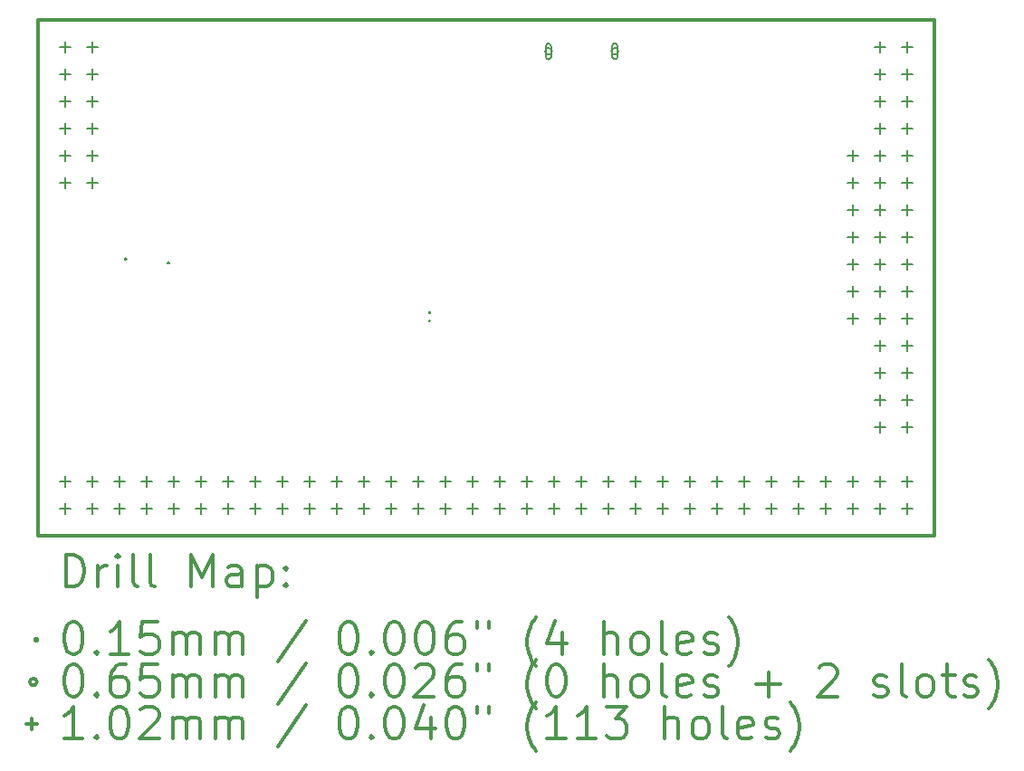
<source format=gbr>
%FSLAX45Y45*%
G04 Gerber Fmt 4.5, Leading zero omitted, Abs format (unit mm)*
G04 Created by KiCad (PCBNEW 4.0.5+dfsg1-4) date Mon Mar 27 14:18:41 2017*
%MOMM*%
%LPD*%
G01*
G04 APERTURE LIST*
%ADD10C,0.127000*%
%ADD11C,0.300000*%
%ADD12C,0.200000*%
G04 APERTURE END LIST*
D10*
D11*
X9410000Y-6142000D02*
X9410000Y-10968000D01*
X17792000Y-6142000D02*
X9410000Y-6142000D01*
X17792000Y-10968000D02*
X17792000Y-6142000D01*
X9410000Y-10968000D02*
X17792000Y-10968000D01*
D12*
X10218500Y-8370500D02*
X10233500Y-8385500D01*
X10233500Y-8370500D02*
X10218500Y-8385500D01*
X10618500Y-8410500D02*
X10633500Y-8425500D01*
X10633500Y-8410500D02*
X10618500Y-8425500D01*
X13060500Y-8872500D02*
X13075500Y-8887500D01*
X13075500Y-8872500D02*
X13060500Y-8887500D01*
X13060500Y-8952500D02*
X13075500Y-8967500D01*
X13075500Y-8952500D02*
X13060500Y-8967500D01*
X14212500Y-6439000D02*
G75*
G03X14212500Y-6439000I-32500J0D01*
G01*
X14157500Y-6386500D02*
X14157500Y-6491500D01*
X14202500Y-6386500D02*
X14202500Y-6491500D01*
X14157500Y-6491500D02*
G75*
G03X14202500Y-6491500I22500J0D01*
G01*
X14202500Y-6386500D02*
G75*
G03X14157500Y-6386500I-22500J0D01*
G01*
X14832500Y-6439000D02*
G75*
G03X14832500Y-6439000I-32500J0D01*
G01*
X14777500Y-6386500D02*
X14777500Y-6491500D01*
X14822500Y-6386500D02*
X14822500Y-6491500D01*
X14777500Y-6491500D02*
G75*
G03X14822500Y-6491500I22500J0D01*
G01*
X14822500Y-6386500D02*
G75*
G03X14777500Y-6386500I-22500J0D01*
G01*
X9664000Y-6345200D02*
X9664000Y-6446800D01*
X9613200Y-6396000D02*
X9714800Y-6396000D01*
X9664000Y-6599200D02*
X9664000Y-6700800D01*
X9613200Y-6650000D02*
X9714800Y-6650000D01*
X9664000Y-6853200D02*
X9664000Y-6954800D01*
X9613200Y-6904000D02*
X9714800Y-6904000D01*
X9664000Y-7107200D02*
X9664000Y-7208800D01*
X9613200Y-7158000D02*
X9714800Y-7158000D01*
X9664000Y-7361200D02*
X9664000Y-7462800D01*
X9613200Y-7412000D02*
X9714800Y-7412000D01*
X9664000Y-7615200D02*
X9664000Y-7716800D01*
X9613200Y-7666000D02*
X9714800Y-7666000D01*
X9664000Y-10409200D02*
X9664000Y-10510800D01*
X9613200Y-10460000D02*
X9714800Y-10460000D01*
X9664000Y-10663200D02*
X9664000Y-10764800D01*
X9613200Y-10714000D02*
X9714800Y-10714000D01*
X9918000Y-6345200D02*
X9918000Y-6446800D01*
X9867200Y-6396000D02*
X9968800Y-6396000D01*
X9918000Y-6599200D02*
X9918000Y-6700800D01*
X9867200Y-6650000D02*
X9968800Y-6650000D01*
X9918000Y-6853200D02*
X9918000Y-6954800D01*
X9867200Y-6904000D02*
X9968800Y-6904000D01*
X9918000Y-7107200D02*
X9918000Y-7208800D01*
X9867200Y-7158000D02*
X9968800Y-7158000D01*
X9918000Y-7361200D02*
X9918000Y-7462800D01*
X9867200Y-7412000D02*
X9968800Y-7412000D01*
X9918000Y-7615200D02*
X9918000Y-7716800D01*
X9867200Y-7666000D02*
X9968800Y-7666000D01*
X9918000Y-10409200D02*
X9918000Y-10510800D01*
X9867200Y-10460000D02*
X9968800Y-10460000D01*
X9918000Y-10663200D02*
X9918000Y-10764800D01*
X9867200Y-10714000D02*
X9968800Y-10714000D01*
X10172000Y-10409200D02*
X10172000Y-10510800D01*
X10121200Y-10460000D02*
X10222800Y-10460000D01*
X10172000Y-10663200D02*
X10172000Y-10764800D01*
X10121200Y-10714000D02*
X10222800Y-10714000D01*
X10426000Y-10409200D02*
X10426000Y-10510800D01*
X10375200Y-10460000D02*
X10476800Y-10460000D01*
X10426000Y-10663200D02*
X10426000Y-10764800D01*
X10375200Y-10714000D02*
X10476800Y-10714000D01*
X10680000Y-10409200D02*
X10680000Y-10510800D01*
X10629200Y-10460000D02*
X10730800Y-10460000D01*
X10680000Y-10663200D02*
X10680000Y-10764800D01*
X10629200Y-10714000D02*
X10730800Y-10714000D01*
X10934000Y-10409200D02*
X10934000Y-10510800D01*
X10883200Y-10460000D02*
X10984800Y-10460000D01*
X10934000Y-10663200D02*
X10934000Y-10764800D01*
X10883200Y-10714000D02*
X10984800Y-10714000D01*
X11188000Y-10409200D02*
X11188000Y-10510800D01*
X11137200Y-10460000D02*
X11238800Y-10460000D01*
X11188000Y-10663200D02*
X11188000Y-10764800D01*
X11137200Y-10714000D02*
X11238800Y-10714000D01*
X11442000Y-10409200D02*
X11442000Y-10510800D01*
X11391200Y-10460000D02*
X11492800Y-10460000D01*
X11442000Y-10663200D02*
X11442000Y-10764800D01*
X11391200Y-10714000D02*
X11492800Y-10714000D01*
X11696000Y-10409200D02*
X11696000Y-10510800D01*
X11645200Y-10460000D02*
X11746800Y-10460000D01*
X11696000Y-10663200D02*
X11696000Y-10764800D01*
X11645200Y-10714000D02*
X11746800Y-10714000D01*
X11950000Y-10409200D02*
X11950000Y-10510800D01*
X11899200Y-10460000D02*
X12000800Y-10460000D01*
X11950000Y-10663200D02*
X11950000Y-10764800D01*
X11899200Y-10714000D02*
X12000800Y-10714000D01*
X12204000Y-10409200D02*
X12204000Y-10510800D01*
X12153200Y-10460000D02*
X12254800Y-10460000D01*
X12204000Y-10663200D02*
X12204000Y-10764800D01*
X12153200Y-10714000D02*
X12254800Y-10714000D01*
X12458000Y-10409200D02*
X12458000Y-10510800D01*
X12407200Y-10460000D02*
X12508800Y-10460000D01*
X12458000Y-10663200D02*
X12458000Y-10764800D01*
X12407200Y-10714000D02*
X12508800Y-10714000D01*
X12712000Y-10409200D02*
X12712000Y-10510800D01*
X12661200Y-10460000D02*
X12762800Y-10460000D01*
X12712000Y-10663200D02*
X12712000Y-10764800D01*
X12661200Y-10714000D02*
X12762800Y-10714000D01*
X12966000Y-10409200D02*
X12966000Y-10510800D01*
X12915200Y-10460000D02*
X13016800Y-10460000D01*
X12966000Y-10663200D02*
X12966000Y-10764800D01*
X12915200Y-10714000D02*
X13016800Y-10714000D01*
X13220000Y-10409200D02*
X13220000Y-10510800D01*
X13169200Y-10460000D02*
X13270800Y-10460000D01*
X13220000Y-10663200D02*
X13220000Y-10764800D01*
X13169200Y-10714000D02*
X13270800Y-10714000D01*
X13474000Y-10409200D02*
X13474000Y-10510800D01*
X13423200Y-10460000D02*
X13524800Y-10460000D01*
X13474000Y-10663200D02*
X13474000Y-10764800D01*
X13423200Y-10714000D02*
X13524800Y-10714000D01*
X13728000Y-10409200D02*
X13728000Y-10510800D01*
X13677200Y-10460000D02*
X13778800Y-10460000D01*
X13728000Y-10663200D02*
X13728000Y-10764800D01*
X13677200Y-10714000D02*
X13778800Y-10714000D01*
X13982000Y-10409200D02*
X13982000Y-10510800D01*
X13931200Y-10460000D02*
X14032800Y-10460000D01*
X13982000Y-10663200D02*
X13982000Y-10764800D01*
X13931200Y-10714000D02*
X14032800Y-10714000D01*
X14236000Y-10409200D02*
X14236000Y-10510800D01*
X14185200Y-10460000D02*
X14286800Y-10460000D01*
X14236000Y-10663200D02*
X14236000Y-10764800D01*
X14185200Y-10714000D02*
X14286800Y-10714000D01*
X14490000Y-10409200D02*
X14490000Y-10510800D01*
X14439200Y-10460000D02*
X14540800Y-10460000D01*
X14490000Y-10663200D02*
X14490000Y-10764800D01*
X14439200Y-10714000D02*
X14540800Y-10714000D01*
X14744000Y-10409200D02*
X14744000Y-10510800D01*
X14693200Y-10460000D02*
X14794800Y-10460000D01*
X14744000Y-10663200D02*
X14744000Y-10764800D01*
X14693200Y-10714000D02*
X14794800Y-10714000D01*
X14998000Y-10409200D02*
X14998000Y-10510800D01*
X14947200Y-10460000D02*
X15048800Y-10460000D01*
X14998000Y-10663200D02*
X14998000Y-10764800D01*
X14947200Y-10714000D02*
X15048800Y-10714000D01*
X15252000Y-10409200D02*
X15252000Y-10510800D01*
X15201200Y-10460000D02*
X15302800Y-10460000D01*
X15252000Y-10663200D02*
X15252000Y-10764800D01*
X15201200Y-10714000D02*
X15302800Y-10714000D01*
X15506000Y-10409200D02*
X15506000Y-10510800D01*
X15455200Y-10460000D02*
X15556800Y-10460000D01*
X15506000Y-10663200D02*
X15506000Y-10764800D01*
X15455200Y-10714000D02*
X15556800Y-10714000D01*
X15760000Y-10409200D02*
X15760000Y-10510800D01*
X15709200Y-10460000D02*
X15810800Y-10460000D01*
X15760000Y-10663200D02*
X15760000Y-10764800D01*
X15709200Y-10714000D02*
X15810800Y-10714000D01*
X16014000Y-10409200D02*
X16014000Y-10510800D01*
X15963200Y-10460000D02*
X16064800Y-10460000D01*
X16014000Y-10663200D02*
X16014000Y-10764800D01*
X15963200Y-10714000D02*
X16064800Y-10714000D01*
X16268000Y-10409200D02*
X16268000Y-10510800D01*
X16217200Y-10460000D02*
X16318800Y-10460000D01*
X16268000Y-10663200D02*
X16268000Y-10764800D01*
X16217200Y-10714000D02*
X16318800Y-10714000D01*
X16522000Y-10409200D02*
X16522000Y-10510800D01*
X16471200Y-10460000D02*
X16572800Y-10460000D01*
X16522000Y-10663200D02*
X16522000Y-10764800D01*
X16471200Y-10714000D02*
X16572800Y-10714000D01*
X16776000Y-10409200D02*
X16776000Y-10510800D01*
X16725200Y-10460000D02*
X16826800Y-10460000D01*
X16776000Y-10663200D02*
X16776000Y-10764800D01*
X16725200Y-10714000D02*
X16826800Y-10714000D01*
X17030000Y-7361200D02*
X17030000Y-7462800D01*
X16979200Y-7412000D02*
X17080800Y-7412000D01*
X17030000Y-7615200D02*
X17030000Y-7716800D01*
X16979200Y-7666000D02*
X17080800Y-7666000D01*
X17030000Y-7869200D02*
X17030000Y-7970800D01*
X16979200Y-7920000D02*
X17080800Y-7920000D01*
X17030000Y-8123200D02*
X17030000Y-8224800D01*
X16979200Y-8174000D02*
X17080800Y-8174000D01*
X17030000Y-8377200D02*
X17030000Y-8478800D01*
X16979200Y-8428000D02*
X17080800Y-8428000D01*
X17030000Y-8631200D02*
X17030000Y-8732800D01*
X16979200Y-8682000D02*
X17080800Y-8682000D01*
X17030000Y-8885200D02*
X17030000Y-8986800D01*
X16979200Y-8936000D02*
X17080800Y-8936000D01*
X17030000Y-10409200D02*
X17030000Y-10510800D01*
X16979200Y-10460000D02*
X17080800Y-10460000D01*
X17030000Y-10663200D02*
X17030000Y-10764800D01*
X16979200Y-10714000D02*
X17080800Y-10714000D01*
X17284000Y-6345200D02*
X17284000Y-6446800D01*
X17233200Y-6396000D02*
X17334800Y-6396000D01*
X17284000Y-6599200D02*
X17284000Y-6700800D01*
X17233200Y-6650000D02*
X17334800Y-6650000D01*
X17284000Y-6853200D02*
X17284000Y-6954800D01*
X17233200Y-6904000D02*
X17334800Y-6904000D01*
X17284000Y-7107200D02*
X17284000Y-7208800D01*
X17233200Y-7158000D02*
X17334800Y-7158000D01*
X17284000Y-7361200D02*
X17284000Y-7462800D01*
X17233200Y-7412000D02*
X17334800Y-7412000D01*
X17284000Y-7615200D02*
X17284000Y-7716800D01*
X17233200Y-7666000D02*
X17334800Y-7666000D01*
X17284000Y-7869200D02*
X17284000Y-7970800D01*
X17233200Y-7920000D02*
X17334800Y-7920000D01*
X17284000Y-8123200D02*
X17284000Y-8224800D01*
X17233200Y-8174000D02*
X17334800Y-8174000D01*
X17284000Y-8377200D02*
X17284000Y-8478800D01*
X17233200Y-8428000D02*
X17334800Y-8428000D01*
X17284000Y-8631200D02*
X17284000Y-8732800D01*
X17233200Y-8682000D02*
X17334800Y-8682000D01*
X17284000Y-8885200D02*
X17284000Y-8986800D01*
X17233200Y-8936000D02*
X17334800Y-8936000D01*
X17284000Y-9139200D02*
X17284000Y-9240800D01*
X17233200Y-9190000D02*
X17334800Y-9190000D01*
X17284000Y-9393200D02*
X17284000Y-9494800D01*
X17233200Y-9444000D02*
X17334800Y-9444000D01*
X17284000Y-9647200D02*
X17284000Y-9748800D01*
X17233200Y-9698000D02*
X17334800Y-9698000D01*
X17284000Y-9901200D02*
X17284000Y-10002800D01*
X17233200Y-9952000D02*
X17334800Y-9952000D01*
X17284000Y-10409200D02*
X17284000Y-10510800D01*
X17233200Y-10460000D02*
X17334800Y-10460000D01*
X17284000Y-10663200D02*
X17284000Y-10764800D01*
X17233200Y-10714000D02*
X17334800Y-10714000D01*
X17538000Y-6345200D02*
X17538000Y-6446800D01*
X17487200Y-6396000D02*
X17588800Y-6396000D01*
X17538000Y-6599200D02*
X17538000Y-6700800D01*
X17487200Y-6650000D02*
X17588800Y-6650000D01*
X17538000Y-6853200D02*
X17538000Y-6954800D01*
X17487200Y-6904000D02*
X17588800Y-6904000D01*
X17538000Y-7107200D02*
X17538000Y-7208800D01*
X17487200Y-7158000D02*
X17588800Y-7158000D01*
X17538000Y-7361200D02*
X17538000Y-7462800D01*
X17487200Y-7412000D02*
X17588800Y-7412000D01*
X17538000Y-7615200D02*
X17538000Y-7716800D01*
X17487200Y-7666000D02*
X17588800Y-7666000D01*
X17538000Y-7869200D02*
X17538000Y-7970800D01*
X17487200Y-7920000D02*
X17588800Y-7920000D01*
X17538000Y-8123200D02*
X17538000Y-8224800D01*
X17487200Y-8174000D02*
X17588800Y-8174000D01*
X17538000Y-8377200D02*
X17538000Y-8478800D01*
X17487200Y-8428000D02*
X17588800Y-8428000D01*
X17538000Y-8631200D02*
X17538000Y-8732800D01*
X17487200Y-8682000D02*
X17588800Y-8682000D01*
X17538000Y-8885200D02*
X17538000Y-8986800D01*
X17487200Y-8936000D02*
X17588800Y-8936000D01*
X17538000Y-9139200D02*
X17538000Y-9240800D01*
X17487200Y-9190000D02*
X17588800Y-9190000D01*
X17538000Y-9393200D02*
X17538000Y-9494800D01*
X17487200Y-9444000D02*
X17588800Y-9444000D01*
X17538000Y-9647200D02*
X17538000Y-9748800D01*
X17487200Y-9698000D02*
X17588800Y-9698000D01*
X17538000Y-9901200D02*
X17538000Y-10002800D01*
X17487200Y-9952000D02*
X17588800Y-9952000D01*
X17538000Y-10409200D02*
X17538000Y-10510800D01*
X17487200Y-10460000D02*
X17588800Y-10460000D01*
X17538000Y-10663200D02*
X17538000Y-10764800D01*
X17487200Y-10714000D02*
X17588800Y-10714000D01*
D11*
X9666429Y-11448714D02*
X9666429Y-11148714D01*
X9737857Y-11148714D01*
X9780714Y-11163000D01*
X9809286Y-11191571D01*
X9823571Y-11220143D01*
X9837857Y-11277286D01*
X9837857Y-11320143D01*
X9823571Y-11377286D01*
X9809286Y-11405857D01*
X9780714Y-11434429D01*
X9737857Y-11448714D01*
X9666429Y-11448714D01*
X9966429Y-11448714D02*
X9966429Y-11248714D01*
X9966429Y-11305857D02*
X9980714Y-11277286D01*
X9995000Y-11263000D01*
X10023571Y-11248714D01*
X10052143Y-11248714D01*
X10152143Y-11448714D02*
X10152143Y-11248714D01*
X10152143Y-11148714D02*
X10137857Y-11163000D01*
X10152143Y-11177286D01*
X10166429Y-11163000D01*
X10152143Y-11148714D01*
X10152143Y-11177286D01*
X10337857Y-11448714D02*
X10309286Y-11434429D01*
X10295000Y-11405857D01*
X10295000Y-11148714D01*
X10495000Y-11448714D02*
X10466429Y-11434429D01*
X10452143Y-11405857D01*
X10452143Y-11148714D01*
X10837857Y-11448714D02*
X10837857Y-11148714D01*
X10937857Y-11363000D01*
X11037857Y-11148714D01*
X11037857Y-11448714D01*
X11309286Y-11448714D02*
X11309286Y-11291571D01*
X11295000Y-11263000D01*
X11266428Y-11248714D01*
X11209286Y-11248714D01*
X11180714Y-11263000D01*
X11309286Y-11434429D02*
X11280714Y-11448714D01*
X11209286Y-11448714D01*
X11180714Y-11434429D01*
X11166429Y-11405857D01*
X11166429Y-11377286D01*
X11180714Y-11348714D01*
X11209286Y-11334429D01*
X11280714Y-11334429D01*
X11309286Y-11320143D01*
X11452143Y-11248714D02*
X11452143Y-11548714D01*
X11452143Y-11263000D02*
X11480714Y-11248714D01*
X11537857Y-11248714D01*
X11566428Y-11263000D01*
X11580714Y-11277286D01*
X11595000Y-11305857D01*
X11595000Y-11391571D01*
X11580714Y-11420143D01*
X11566428Y-11434429D01*
X11537857Y-11448714D01*
X11480714Y-11448714D01*
X11452143Y-11434429D01*
X11723571Y-11420143D02*
X11737857Y-11434429D01*
X11723571Y-11448714D01*
X11709286Y-11434429D01*
X11723571Y-11420143D01*
X11723571Y-11448714D01*
X11723571Y-11263000D02*
X11737857Y-11277286D01*
X11723571Y-11291571D01*
X11709286Y-11277286D01*
X11723571Y-11263000D01*
X11723571Y-11291571D01*
X9380000Y-11935500D02*
X9395000Y-11950500D01*
X9395000Y-11935500D02*
X9380000Y-11950500D01*
X9723571Y-11778714D02*
X9752143Y-11778714D01*
X9780714Y-11793000D01*
X9795000Y-11807286D01*
X9809286Y-11835857D01*
X9823571Y-11893000D01*
X9823571Y-11964429D01*
X9809286Y-12021571D01*
X9795000Y-12050143D01*
X9780714Y-12064429D01*
X9752143Y-12078714D01*
X9723571Y-12078714D01*
X9695000Y-12064429D01*
X9680714Y-12050143D01*
X9666429Y-12021571D01*
X9652143Y-11964429D01*
X9652143Y-11893000D01*
X9666429Y-11835857D01*
X9680714Y-11807286D01*
X9695000Y-11793000D01*
X9723571Y-11778714D01*
X9952143Y-12050143D02*
X9966429Y-12064429D01*
X9952143Y-12078714D01*
X9937857Y-12064429D01*
X9952143Y-12050143D01*
X9952143Y-12078714D01*
X10252143Y-12078714D02*
X10080714Y-12078714D01*
X10166428Y-12078714D02*
X10166428Y-11778714D01*
X10137857Y-11821571D01*
X10109286Y-11850143D01*
X10080714Y-11864429D01*
X10523571Y-11778714D02*
X10380714Y-11778714D01*
X10366429Y-11921571D01*
X10380714Y-11907286D01*
X10409286Y-11893000D01*
X10480714Y-11893000D01*
X10509286Y-11907286D01*
X10523571Y-11921571D01*
X10537857Y-11950143D01*
X10537857Y-12021571D01*
X10523571Y-12050143D01*
X10509286Y-12064429D01*
X10480714Y-12078714D01*
X10409286Y-12078714D01*
X10380714Y-12064429D01*
X10366429Y-12050143D01*
X10666429Y-12078714D02*
X10666429Y-11878714D01*
X10666429Y-11907286D02*
X10680714Y-11893000D01*
X10709286Y-11878714D01*
X10752143Y-11878714D01*
X10780714Y-11893000D01*
X10795000Y-11921571D01*
X10795000Y-12078714D01*
X10795000Y-11921571D02*
X10809286Y-11893000D01*
X10837857Y-11878714D01*
X10880714Y-11878714D01*
X10909286Y-11893000D01*
X10923571Y-11921571D01*
X10923571Y-12078714D01*
X11066429Y-12078714D02*
X11066429Y-11878714D01*
X11066429Y-11907286D02*
X11080714Y-11893000D01*
X11109286Y-11878714D01*
X11152143Y-11878714D01*
X11180714Y-11893000D01*
X11195000Y-11921571D01*
X11195000Y-12078714D01*
X11195000Y-11921571D02*
X11209286Y-11893000D01*
X11237857Y-11878714D01*
X11280714Y-11878714D01*
X11309286Y-11893000D01*
X11323571Y-11921571D01*
X11323571Y-12078714D01*
X11909286Y-11764429D02*
X11652143Y-12150143D01*
X12295000Y-11778714D02*
X12323571Y-11778714D01*
X12352143Y-11793000D01*
X12366428Y-11807286D01*
X12380714Y-11835857D01*
X12395000Y-11893000D01*
X12395000Y-11964429D01*
X12380714Y-12021571D01*
X12366428Y-12050143D01*
X12352143Y-12064429D01*
X12323571Y-12078714D01*
X12295000Y-12078714D01*
X12266428Y-12064429D01*
X12252143Y-12050143D01*
X12237857Y-12021571D01*
X12223571Y-11964429D01*
X12223571Y-11893000D01*
X12237857Y-11835857D01*
X12252143Y-11807286D01*
X12266428Y-11793000D01*
X12295000Y-11778714D01*
X12523571Y-12050143D02*
X12537857Y-12064429D01*
X12523571Y-12078714D01*
X12509286Y-12064429D01*
X12523571Y-12050143D01*
X12523571Y-12078714D01*
X12723571Y-11778714D02*
X12752143Y-11778714D01*
X12780714Y-11793000D01*
X12795000Y-11807286D01*
X12809285Y-11835857D01*
X12823571Y-11893000D01*
X12823571Y-11964429D01*
X12809285Y-12021571D01*
X12795000Y-12050143D01*
X12780714Y-12064429D01*
X12752143Y-12078714D01*
X12723571Y-12078714D01*
X12695000Y-12064429D01*
X12680714Y-12050143D01*
X12666428Y-12021571D01*
X12652143Y-11964429D01*
X12652143Y-11893000D01*
X12666428Y-11835857D01*
X12680714Y-11807286D01*
X12695000Y-11793000D01*
X12723571Y-11778714D01*
X13009285Y-11778714D02*
X13037857Y-11778714D01*
X13066428Y-11793000D01*
X13080714Y-11807286D01*
X13095000Y-11835857D01*
X13109285Y-11893000D01*
X13109285Y-11964429D01*
X13095000Y-12021571D01*
X13080714Y-12050143D01*
X13066428Y-12064429D01*
X13037857Y-12078714D01*
X13009285Y-12078714D01*
X12980714Y-12064429D01*
X12966428Y-12050143D01*
X12952143Y-12021571D01*
X12937857Y-11964429D01*
X12937857Y-11893000D01*
X12952143Y-11835857D01*
X12966428Y-11807286D01*
X12980714Y-11793000D01*
X13009285Y-11778714D01*
X13366428Y-11778714D02*
X13309285Y-11778714D01*
X13280714Y-11793000D01*
X13266428Y-11807286D01*
X13237857Y-11850143D01*
X13223571Y-11907286D01*
X13223571Y-12021571D01*
X13237857Y-12050143D01*
X13252143Y-12064429D01*
X13280714Y-12078714D01*
X13337857Y-12078714D01*
X13366428Y-12064429D01*
X13380714Y-12050143D01*
X13395000Y-12021571D01*
X13395000Y-11950143D01*
X13380714Y-11921571D01*
X13366428Y-11907286D01*
X13337857Y-11893000D01*
X13280714Y-11893000D01*
X13252143Y-11907286D01*
X13237857Y-11921571D01*
X13223571Y-11950143D01*
X13509286Y-11778714D02*
X13509286Y-11835857D01*
X13623571Y-11778714D02*
X13623571Y-11835857D01*
X14066428Y-12193000D02*
X14052143Y-12178714D01*
X14023571Y-12135857D01*
X14009285Y-12107286D01*
X13995000Y-12064429D01*
X13980714Y-11993000D01*
X13980714Y-11935857D01*
X13995000Y-11864429D01*
X14009285Y-11821571D01*
X14023571Y-11793000D01*
X14052143Y-11750143D01*
X14066428Y-11735857D01*
X14309285Y-11878714D02*
X14309285Y-12078714D01*
X14237857Y-11764429D02*
X14166428Y-11978714D01*
X14352143Y-11978714D01*
X14695000Y-12078714D02*
X14695000Y-11778714D01*
X14823571Y-12078714D02*
X14823571Y-11921571D01*
X14809285Y-11893000D01*
X14780714Y-11878714D01*
X14737857Y-11878714D01*
X14709285Y-11893000D01*
X14695000Y-11907286D01*
X15009285Y-12078714D02*
X14980714Y-12064429D01*
X14966428Y-12050143D01*
X14952143Y-12021571D01*
X14952143Y-11935857D01*
X14966428Y-11907286D01*
X14980714Y-11893000D01*
X15009285Y-11878714D01*
X15052143Y-11878714D01*
X15080714Y-11893000D01*
X15095000Y-11907286D01*
X15109285Y-11935857D01*
X15109285Y-12021571D01*
X15095000Y-12050143D01*
X15080714Y-12064429D01*
X15052143Y-12078714D01*
X15009285Y-12078714D01*
X15280714Y-12078714D02*
X15252143Y-12064429D01*
X15237857Y-12035857D01*
X15237857Y-11778714D01*
X15509286Y-12064429D02*
X15480714Y-12078714D01*
X15423571Y-12078714D01*
X15395000Y-12064429D01*
X15380714Y-12035857D01*
X15380714Y-11921571D01*
X15395000Y-11893000D01*
X15423571Y-11878714D01*
X15480714Y-11878714D01*
X15509286Y-11893000D01*
X15523571Y-11921571D01*
X15523571Y-11950143D01*
X15380714Y-11978714D01*
X15637857Y-12064429D02*
X15666428Y-12078714D01*
X15723571Y-12078714D01*
X15752143Y-12064429D01*
X15766428Y-12035857D01*
X15766428Y-12021571D01*
X15752143Y-11993000D01*
X15723571Y-11978714D01*
X15680714Y-11978714D01*
X15652143Y-11964429D01*
X15637857Y-11935857D01*
X15637857Y-11921571D01*
X15652143Y-11893000D01*
X15680714Y-11878714D01*
X15723571Y-11878714D01*
X15752143Y-11893000D01*
X15866428Y-12193000D02*
X15880714Y-12178714D01*
X15909286Y-12135857D01*
X15923571Y-12107286D01*
X15937857Y-12064429D01*
X15952143Y-11993000D01*
X15952143Y-11935857D01*
X15937857Y-11864429D01*
X15923571Y-11821571D01*
X15909286Y-11793000D01*
X15880714Y-11750143D01*
X15866428Y-11735857D01*
X9395000Y-12339000D02*
G75*
G03X9395000Y-12339000I-32500J0D01*
G01*
X9723571Y-12174714D02*
X9752143Y-12174714D01*
X9780714Y-12189000D01*
X9795000Y-12203286D01*
X9809286Y-12231857D01*
X9823571Y-12289000D01*
X9823571Y-12360429D01*
X9809286Y-12417571D01*
X9795000Y-12446143D01*
X9780714Y-12460429D01*
X9752143Y-12474714D01*
X9723571Y-12474714D01*
X9695000Y-12460429D01*
X9680714Y-12446143D01*
X9666429Y-12417571D01*
X9652143Y-12360429D01*
X9652143Y-12289000D01*
X9666429Y-12231857D01*
X9680714Y-12203286D01*
X9695000Y-12189000D01*
X9723571Y-12174714D01*
X9952143Y-12446143D02*
X9966429Y-12460429D01*
X9952143Y-12474714D01*
X9937857Y-12460429D01*
X9952143Y-12446143D01*
X9952143Y-12474714D01*
X10223571Y-12174714D02*
X10166428Y-12174714D01*
X10137857Y-12189000D01*
X10123571Y-12203286D01*
X10095000Y-12246143D01*
X10080714Y-12303286D01*
X10080714Y-12417571D01*
X10095000Y-12446143D01*
X10109286Y-12460429D01*
X10137857Y-12474714D01*
X10195000Y-12474714D01*
X10223571Y-12460429D01*
X10237857Y-12446143D01*
X10252143Y-12417571D01*
X10252143Y-12346143D01*
X10237857Y-12317571D01*
X10223571Y-12303286D01*
X10195000Y-12289000D01*
X10137857Y-12289000D01*
X10109286Y-12303286D01*
X10095000Y-12317571D01*
X10080714Y-12346143D01*
X10523571Y-12174714D02*
X10380714Y-12174714D01*
X10366429Y-12317571D01*
X10380714Y-12303286D01*
X10409286Y-12289000D01*
X10480714Y-12289000D01*
X10509286Y-12303286D01*
X10523571Y-12317571D01*
X10537857Y-12346143D01*
X10537857Y-12417571D01*
X10523571Y-12446143D01*
X10509286Y-12460429D01*
X10480714Y-12474714D01*
X10409286Y-12474714D01*
X10380714Y-12460429D01*
X10366429Y-12446143D01*
X10666429Y-12474714D02*
X10666429Y-12274714D01*
X10666429Y-12303286D02*
X10680714Y-12289000D01*
X10709286Y-12274714D01*
X10752143Y-12274714D01*
X10780714Y-12289000D01*
X10795000Y-12317571D01*
X10795000Y-12474714D01*
X10795000Y-12317571D02*
X10809286Y-12289000D01*
X10837857Y-12274714D01*
X10880714Y-12274714D01*
X10909286Y-12289000D01*
X10923571Y-12317571D01*
X10923571Y-12474714D01*
X11066429Y-12474714D02*
X11066429Y-12274714D01*
X11066429Y-12303286D02*
X11080714Y-12289000D01*
X11109286Y-12274714D01*
X11152143Y-12274714D01*
X11180714Y-12289000D01*
X11195000Y-12317571D01*
X11195000Y-12474714D01*
X11195000Y-12317571D02*
X11209286Y-12289000D01*
X11237857Y-12274714D01*
X11280714Y-12274714D01*
X11309286Y-12289000D01*
X11323571Y-12317571D01*
X11323571Y-12474714D01*
X11909286Y-12160429D02*
X11652143Y-12546143D01*
X12295000Y-12174714D02*
X12323571Y-12174714D01*
X12352143Y-12189000D01*
X12366428Y-12203286D01*
X12380714Y-12231857D01*
X12395000Y-12289000D01*
X12395000Y-12360429D01*
X12380714Y-12417571D01*
X12366428Y-12446143D01*
X12352143Y-12460429D01*
X12323571Y-12474714D01*
X12295000Y-12474714D01*
X12266428Y-12460429D01*
X12252143Y-12446143D01*
X12237857Y-12417571D01*
X12223571Y-12360429D01*
X12223571Y-12289000D01*
X12237857Y-12231857D01*
X12252143Y-12203286D01*
X12266428Y-12189000D01*
X12295000Y-12174714D01*
X12523571Y-12446143D02*
X12537857Y-12460429D01*
X12523571Y-12474714D01*
X12509286Y-12460429D01*
X12523571Y-12446143D01*
X12523571Y-12474714D01*
X12723571Y-12174714D02*
X12752143Y-12174714D01*
X12780714Y-12189000D01*
X12795000Y-12203286D01*
X12809285Y-12231857D01*
X12823571Y-12289000D01*
X12823571Y-12360429D01*
X12809285Y-12417571D01*
X12795000Y-12446143D01*
X12780714Y-12460429D01*
X12752143Y-12474714D01*
X12723571Y-12474714D01*
X12695000Y-12460429D01*
X12680714Y-12446143D01*
X12666428Y-12417571D01*
X12652143Y-12360429D01*
X12652143Y-12289000D01*
X12666428Y-12231857D01*
X12680714Y-12203286D01*
X12695000Y-12189000D01*
X12723571Y-12174714D01*
X12937857Y-12203286D02*
X12952143Y-12189000D01*
X12980714Y-12174714D01*
X13052143Y-12174714D01*
X13080714Y-12189000D01*
X13095000Y-12203286D01*
X13109285Y-12231857D01*
X13109285Y-12260429D01*
X13095000Y-12303286D01*
X12923571Y-12474714D01*
X13109285Y-12474714D01*
X13366428Y-12174714D02*
X13309285Y-12174714D01*
X13280714Y-12189000D01*
X13266428Y-12203286D01*
X13237857Y-12246143D01*
X13223571Y-12303286D01*
X13223571Y-12417571D01*
X13237857Y-12446143D01*
X13252143Y-12460429D01*
X13280714Y-12474714D01*
X13337857Y-12474714D01*
X13366428Y-12460429D01*
X13380714Y-12446143D01*
X13395000Y-12417571D01*
X13395000Y-12346143D01*
X13380714Y-12317571D01*
X13366428Y-12303286D01*
X13337857Y-12289000D01*
X13280714Y-12289000D01*
X13252143Y-12303286D01*
X13237857Y-12317571D01*
X13223571Y-12346143D01*
X13509286Y-12174714D02*
X13509286Y-12231857D01*
X13623571Y-12174714D02*
X13623571Y-12231857D01*
X14066428Y-12589000D02*
X14052143Y-12574714D01*
X14023571Y-12531857D01*
X14009285Y-12503286D01*
X13995000Y-12460429D01*
X13980714Y-12389000D01*
X13980714Y-12331857D01*
X13995000Y-12260429D01*
X14009285Y-12217571D01*
X14023571Y-12189000D01*
X14052143Y-12146143D01*
X14066428Y-12131857D01*
X14237857Y-12174714D02*
X14266428Y-12174714D01*
X14295000Y-12189000D01*
X14309285Y-12203286D01*
X14323571Y-12231857D01*
X14337857Y-12289000D01*
X14337857Y-12360429D01*
X14323571Y-12417571D01*
X14309285Y-12446143D01*
X14295000Y-12460429D01*
X14266428Y-12474714D01*
X14237857Y-12474714D01*
X14209285Y-12460429D01*
X14195000Y-12446143D01*
X14180714Y-12417571D01*
X14166428Y-12360429D01*
X14166428Y-12289000D01*
X14180714Y-12231857D01*
X14195000Y-12203286D01*
X14209285Y-12189000D01*
X14237857Y-12174714D01*
X14695000Y-12474714D02*
X14695000Y-12174714D01*
X14823571Y-12474714D02*
X14823571Y-12317571D01*
X14809285Y-12289000D01*
X14780714Y-12274714D01*
X14737857Y-12274714D01*
X14709285Y-12289000D01*
X14695000Y-12303286D01*
X15009285Y-12474714D02*
X14980714Y-12460429D01*
X14966428Y-12446143D01*
X14952143Y-12417571D01*
X14952143Y-12331857D01*
X14966428Y-12303286D01*
X14980714Y-12289000D01*
X15009285Y-12274714D01*
X15052143Y-12274714D01*
X15080714Y-12289000D01*
X15095000Y-12303286D01*
X15109285Y-12331857D01*
X15109285Y-12417571D01*
X15095000Y-12446143D01*
X15080714Y-12460429D01*
X15052143Y-12474714D01*
X15009285Y-12474714D01*
X15280714Y-12474714D02*
X15252143Y-12460429D01*
X15237857Y-12431857D01*
X15237857Y-12174714D01*
X15509286Y-12460429D02*
X15480714Y-12474714D01*
X15423571Y-12474714D01*
X15395000Y-12460429D01*
X15380714Y-12431857D01*
X15380714Y-12317571D01*
X15395000Y-12289000D01*
X15423571Y-12274714D01*
X15480714Y-12274714D01*
X15509286Y-12289000D01*
X15523571Y-12317571D01*
X15523571Y-12346143D01*
X15380714Y-12374714D01*
X15637857Y-12460429D02*
X15666428Y-12474714D01*
X15723571Y-12474714D01*
X15752143Y-12460429D01*
X15766428Y-12431857D01*
X15766428Y-12417571D01*
X15752143Y-12389000D01*
X15723571Y-12374714D01*
X15680714Y-12374714D01*
X15652143Y-12360429D01*
X15637857Y-12331857D01*
X15637857Y-12317571D01*
X15652143Y-12289000D01*
X15680714Y-12274714D01*
X15723571Y-12274714D01*
X15752143Y-12289000D01*
X16123571Y-12360429D02*
X16352143Y-12360429D01*
X16237857Y-12474714D02*
X16237857Y-12246143D01*
X16709286Y-12203286D02*
X16723571Y-12189000D01*
X16752143Y-12174714D01*
X16823571Y-12174714D01*
X16852143Y-12189000D01*
X16866428Y-12203286D01*
X16880714Y-12231857D01*
X16880714Y-12260429D01*
X16866428Y-12303286D01*
X16695000Y-12474714D01*
X16880714Y-12474714D01*
X17223571Y-12460429D02*
X17252143Y-12474714D01*
X17309286Y-12474714D01*
X17337857Y-12460429D01*
X17352143Y-12431857D01*
X17352143Y-12417571D01*
X17337857Y-12389000D01*
X17309286Y-12374714D01*
X17266428Y-12374714D01*
X17237857Y-12360429D01*
X17223571Y-12331857D01*
X17223571Y-12317571D01*
X17237857Y-12289000D01*
X17266428Y-12274714D01*
X17309286Y-12274714D01*
X17337857Y-12289000D01*
X17523571Y-12474714D02*
X17495000Y-12460429D01*
X17480714Y-12431857D01*
X17480714Y-12174714D01*
X17680714Y-12474714D02*
X17652143Y-12460429D01*
X17637857Y-12446143D01*
X17623571Y-12417571D01*
X17623571Y-12331857D01*
X17637857Y-12303286D01*
X17652143Y-12289000D01*
X17680714Y-12274714D01*
X17723571Y-12274714D01*
X17752143Y-12289000D01*
X17766428Y-12303286D01*
X17780714Y-12331857D01*
X17780714Y-12417571D01*
X17766428Y-12446143D01*
X17752143Y-12460429D01*
X17723571Y-12474714D01*
X17680714Y-12474714D01*
X17866428Y-12274714D02*
X17980714Y-12274714D01*
X17909286Y-12174714D02*
X17909286Y-12431857D01*
X17923571Y-12460429D01*
X17952143Y-12474714D01*
X17980714Y-12474714D01*
X18066429Y-12460429D02*
X18095000Y-12474714D01*
X18152143Y-12474714D01*
X18180714Y-12460429D01*
X18195000Y-12431857D01*
X18195000Y-12417571D01*
X18180714Y-12389000D01*
X18152143Y-12374714D01*
X18109286Y-12374714D01*
X18080714Y-12360429D01*
X18066429Y-12331857D01*
X18066429Y-12317571D01*
X18080714Y-12289000D01*
X18109286Y-12274714D01*
X18152143Y-12274714D01*
X18180714Y-12289000D01*
X18295000Y-12589000D02*
X18309286Y-12574714D01*
X18337857Y-12531857D01*
X18352143Y-12503286D01*
X18366428Y-12460429D01*
X18380714Y-12389000D01*
X18380714Y-12331857D01*
X18366428Y-12260429D01*
X18352143Y-12217571D01*
X18337857Y-12189000D01*
X18309286Y-12146143D01*
X18295000Y-12131857D01*
X9344200Y-12684200D02*
X9344200Y-12785800D01*
X9293400Y-12735000D02*
X9395000Y-12735000D01*
X9823571Y-12870714D02*
X9652143Y-12870714D01*
X9737857Y-12870714D02*
X9737857Y-12570714D01*
X9709286Y-12613571D01*
X9680714Y-12642143D01*
X9652143Y-12656429D01*
X9952143Y-12842143D02*
X9966429Y-12856429D01*
X9952143Y-12870714D01*
X9937857Y-12856429D01*
X9952143Y-12842143D01*
X9952143Y-12870714D01*
X10152143Y-12570714D02*
X10180714Y-12570714D01*
X10209286Y-12585000D01*
X10223571Y-12599286D01*
X10237857Y-12627857D01*
X10252143Y-12685000D01*
X10252143Y-12756429D01*
X10237857Y-12813571D01*
X10223571Y-12842143D01*
X10209286Y-12856429D01*
X10180714Y-12870714D01*
X10152143Y-12870714D01*
X10123571Y-12856429D01*
X10109286Y-12842143D01*
X10095000Y-12813571D01*
X10080714Y-12756429D01*
X10080714Y-12685000D01*
X10095000Y-12627857D01*
X10109286Y-12599286D01*
X10123571Y-12585000D01*
X10152143Y-12570714D01*
X10366429Y-12599286D02*
X10380714Y-12585000D01*
X10409286Y-12570714D01*
X10480714Y-12570714D01*
X10509286Y-12585000D01*
X10523571Y-12599286D01*
X10537857Y-12627857D01*
X10537857Y-12656429D01*
X10523571Y-12699286D01*
X10352143Y-12870714D01*
X10537857Y-12870714D01*
X10666429Y-12870714D02*
X10666429Y-12670714D01*
X10666429Y-12699286D02*
X10680714Y-12685000D01*
X10709286Y-12670714D01*
X10752143Y-12670714D01*
X10780714Y-12685000D01*
X10795000Y-12713571D01*
X10795000Y-12870714D01*
X10795000Y-12713571D02*
X10809286Y-12685000D01*
X10837857Y-12670714D01*
X10880714Y-12670714D01*
X10909286Y-12685000D01*
X10923571Y-12713571D01*
X10923571Y-12870714D01*
X11066429Y-12870714D02*
X11066429Y-12670714D01*
X11066429Y-12699286D02*
X11080714Y-12685000D01*
X11109286Y-12670714D01*
X11152143Y-12670714D01*
X11180714Y-12685000D01*
X11195000Y-12713571D01*
X11195000Y-12870714D01*
X11195000Y-12713571D02*
X11209286Y-12685000D01*
X11237857Y-12670714D01*
X11280714Y-12670714D01*
X11309286Y-12685000D01*
X11323571Y-12713571D01*
X11323571Y-12870714D01*
X11909286Y-12556429D02*
X11652143Y-12942143D01*
X12295000Y-12570714D02*
X12323571Y-12570714D01*
X12352143Y-12585000D01*
X12366428Y-12599286D01*
X12380714Y-12627857D01*
X12395000Y-12685000D01*
X12395000Y-12756429D01*
X12380714Y-12813571D01*
X12366428Y-12842143D01*
X12352143Y-12856429D01*
X12323571Y-12870714D01*
X12295000Y-12870714D01*
X12266428Y-12856429D01*
X12252143Y-12842143D01*
X12237857Y-12813571D01*
X12223571Y-12756429D01*
X12223571Y-12685000D01*
X12237857Y-12627857D01*
X12252143Y-12599286D01*
X12266428Y-12585000D01*
X12295000Y-12570714D01*
X12523571Y-12842143D02*
X12537857Y-12856429D01*
X12523571Y-12870714D01*
X12509286Y-12856429D01*
X12523571Y-12842143D01*
X12523571Y-12870714D01*
X12723571Y-12570714D02*
X12752143Y-12570714D01*
X12780714Y-12585000D01*
X12795000Y-12599286D01*
X12809285Y-12627857D01*
X12823571Y-12685000D01*
X12823571Y-12756429D01*
X12809285Y-12813571D01*
X12795000Y-12842143D01*
X12780714Y-12856429D01*
X12752143Y-12870714D01*
X12723571Y-12870714D01*
X12695000Y-12856429D01*
X12680714Y-12842143D01*
X12666428Y-12813571D01*
X12652143Y-12756429D01*
X12652143Y-12685000D01*
X12666428Y-12627857D01*
X12680714Y-12599286D01*
X12695000Y-12585000D01*
X12723571Y-12570714D01*
X13080714Y-12670714D02*
X13080714Y-12870714D01*
X13009285Y-12556429D02*
X12937857Y-12770714D01*
X13123571Y-12770714D01*
X13295000Y-12570714D02*
X13323571Y-12570714D01*
X13352143Y-12585000D01*
X13366428Y-12599286D01*
X13380714Y-12627857D01*
X13395000Y-12685000D01*
X13395000Y-12756429D01*
X13380714Y-12813571D01*
X13366428Y-12842143D01*
X13352143Y-12856429D01*
X13323571Y-12870714D01*
X13295000Y-12870714D01*
X13266428Y-12856429D01*
X13252143Y-12842143D01*
X13237857Y-12813571D01*
X13223571Y-12756429D01*
X13223571Y-12685000D01*
X13237857Y-12627857D01*
X13252143Y-12599286D01*
X13266428Y-12585000D01*
X13295000Y-12570714D01*
X13509286Y-12570714D02*
X13509286Y-12627857D01*
X13623571Y-12570714D02*
X13623571Y-12627857D01*
X14066428Y-12985000D02*
X14052143Y-12970714D01*
X14023571Y-12927857D01*
X14009285Y-12899286D01*
X13995000Y-12856429D01*
X13980714Y-12785000D01*
X13980714Y-12727857D01*
X13995000Y-12656429D01*
X14009285Y-12613571D01*
X14023571Y-12585000D01*
X14052143Y-12542143D01*
X14066428Y-12527857D01*
X14337857Y-12870714D02*
X14166428Y-12870714D01*
X14252143Y-12870714D02*
X14252143Y-12570714D01*
X14223571Y-12613571D01*
X14195000Y-12642143D01*
X14166428Y-12656429D01*
X14623571Y-12870714D02*
X14452143Y-12870714D01*
X14537857Y-12870714D02*
X14537857Y-12570714D01*
X14509285Y-12613571D01*
X14480714Y-12642143D01*
X14452143Y-12656429D01*
X14723571Y-12570714D02*
X14909285Y-12570714D01*
X14809285Y-12685000D01*
X14852143Y-12685000D01*
X14880714Y-12699286D01*
X14895000Y-12713571D01*
X14909285Y-12742143D01*
X14909285Y-12813571D01*
X14895000Y-12842143D01*
X14880714Y-12856429D01*
X14852143Y-12870714D01*
X14766428Y-12870714D01*
X14737857Y-12856429D01*
X14723571Y-12842143D01*
X15266428Y-12870714D02*
X15266428Y-12570714D01*
X15395000Y-12870714D02*
X15395000Y-12713571D01*
X15380714Y-12685000D01*
X15352143Y-12670714D01*
X15309285Y-12670714D01*
X15280714Y-12685000D01*
X15266428Y-12699286D01*
X15580714Y-12870714D02*
X15552143Y-12856429D01*
X15537857Y-12842143D01*
X15523571Y-12813571D01*
X15523571Y-12727857D01*
X15537857Y-12699286D01*
X15552143Y-12685000D01*
X15580714Y-12670714D01*
X15623571Y-12670714D01*
X15652143Y-12685000D01*
X15666428Y-12699286D01*
X15680714Y-12727857D01*
X15680714Y-12813571D01*
X15666428Y-12842143D01*
X15652143Y-12856429D01*
X15623571Y-12870714D01*
X15580714Y-12870714D01*
X15852143Y-12870714D02*
X15823571Y-12856429D01*
X15809286Y-12827857D01*
X15809286Y-12570714D01*
X16080714Y-12856429D02*
X16052143Y-12870714D01*
X15995000Y-12870714D01*
X15966428Y-12856429D01*
X15952143Y-12827857D01*
X15952143Y-12713571D01*
X15966428Y-12685000D01*
X15995000Y-12670714D01*
X16052143Y-12670714D01*
X16080714Y-12685000D01*
X16095000Y-12713571D01*
X16095000Y-12742143D01*
X15952143Y-12770714D01*
X16209286Y-12856429D02*
X16237857Y-12870714D01*
X16295000Y-12870714D01*
X16323571Y-12856429D01*
X16337857Y-12827857D01*
X16337857Y-12813571D01*
X16323571Y-12785000D01*
X16295000Y-12770714D01*
X16252143Y-12770714D01*
X16223571Y-12756429D01*
X16209286Y-12727857D01*
X16209286Y-12713571D01*
X16223571Y-12685000D01*
X16252143Y-12670714D01*
X16295000Y-12670714D01*
X16323571Y-12685000D01*
X16437857Y-12985000D02*
X16452143Y-12970714D01*
X16480714Y-12927857D01*
X16495000Y-12899286D01*
X16509286Y-12856429D01*
X16523571Y-12785000D01*
X16523571Y-12727857D01*
X16509286Y-12656429D01*
X16495000Y-12613571D01*
X16480714Y-12585000D01*
X16452143Y-12542143D01*
X16437857Y-12527857D01*
M02*

</source>
